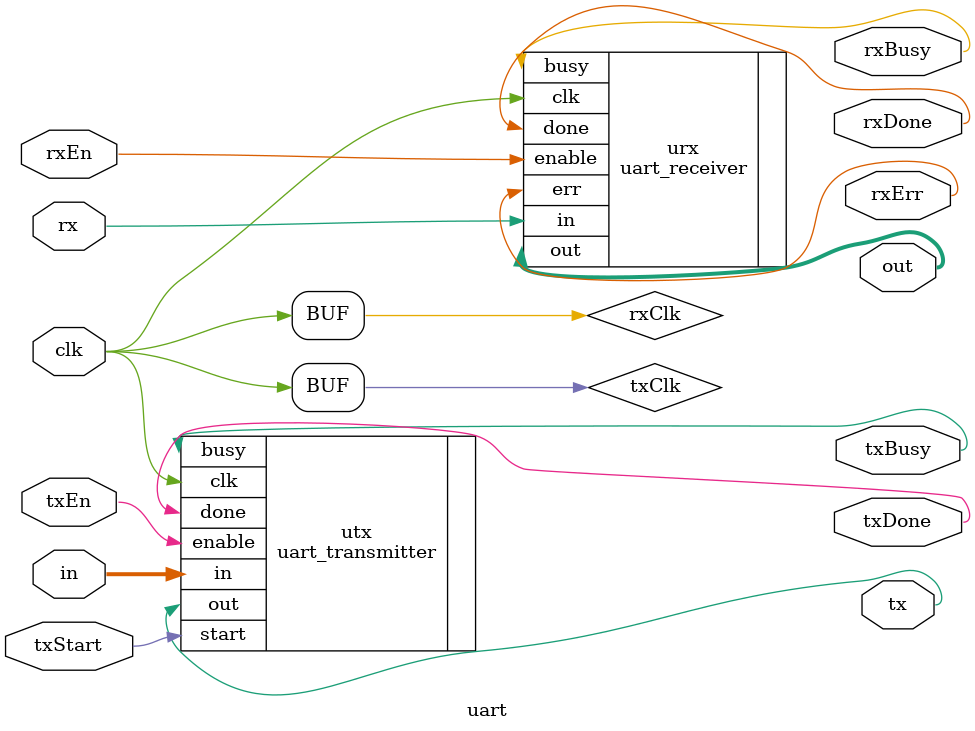
<source format=v>


module uart  #(
    parameter CLOCK_RATE = 100000000, // board internal clock
    parameter BAUD_RATE = 9600
)(
    input wire clk,

    // rx interface
    input wire rx,
    input wire rxEn,
    output wire [7:0] out,
    output wire rxDone,
    output wire rxBusy,
    output wire rxErr,

    // tx interface
    output wire tx,
    input wire txEn,
    input wire txStart,
    input wire [7:0] in,
    output wire txDone,
    output wire txBusy
);
    wire rxClk;
    wire txClk;
    assign rxClk = clk;
    assign txClk = clk;
    /*
    baud_rate_generator #(
        .CLOCK_RATE(CLOCK_RATE),
        .BAUD_RATE(BAUD_RATE)
    ) generatorInst (
        .clk(clk),
        .rxClk(rxClk),
        .txClk(txClk)
    );*/
 
    uart_receiver urx (
        .clk(rxClk),
        .enable(rxEn),
        .in(rx),
        .out(out),
        .done(rxDone),
        .busy(rxBusy),
        .err(rxErr)
    );

    uart_transmitter utx (
        .clk(txClk),
        .enable(txEn),
        .start(txStart),
        .in(in),
        .out(tx),
        .done(txDone),
        .busy(txBusy)
    );

endmodule
</source>
